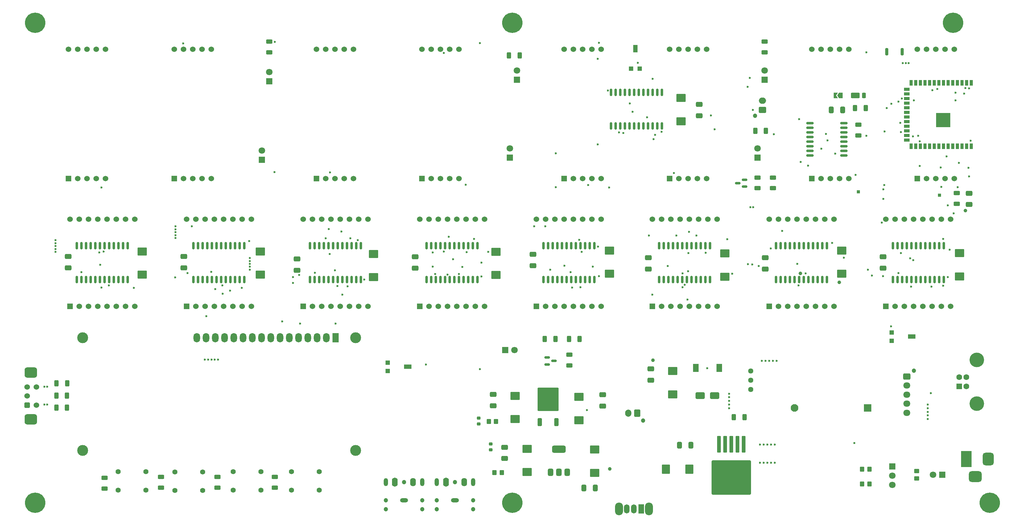
<source format=gbs>
G04 #@! TF.GenerationSoftware,KiCad,Pcbnew,8.0.4*
G04 #@! TF.CreationDate,2024-09-13T17:14:12+02:00*
G04 #@! TF.ProjectId,DigiSlatePlus,44696769-536c-4617-9465-506c75732e6b,rev?*
G04 #@! TF.SameCoordinates,Original*
G04 #@! TF.FileFunction,Soldermask,Bot*
G04 #@! TF.FilePolarity,Negative*
%FSLAX46Y46*%
G04 Gerber Fmt 4.6, Leading zero omitted, Abs format (unit mm)*
G04 Created by KiCad (PCBNEW 8.0.4) date 2024-09-13 17:14:12*
%MOMM*%
%LPD*%
G01*
G04 APERTURE LIST*
G04 Aperture macros list*
%AMRoundRect*
0 Rectangle with rounded corners*
0 $1 Rounding radius*
0 $2 $3 $4 $5 $6 $7 $8 $9 X,Y pos of 4 corners*
0 Add a 4 corners polygon primitive as box body*
4,1,4,$2,$3,$4,$5,$6,$7,$8,$9,$2,$3,0*
0 Add four circle primitives for the rounded corners*
1,1,$1+$1,$2,$3*
1,1,$1+$1,$4,$5*
1,1,$1+$1,$6,$7*
1,1,$1+$1,$8,$9*
0 Add four rect primitives between the rounded corners*
20,1,$1+$1,$2,$3,$4,$5,0*
20,1,$1+$1,$4,$5,$6,$7,0*
20,1,$1+$1,$6,$7,$8,$9,0*
20,1,$1+$1,$8,$9,$2,$3,0*%
%AMFreePoly0*
4,1,6,1.000000,0.000000,0.500000,-0.750000,-0.500000,-0.750000,-0.500000,0.750000,0.500000,0.750000,1.000000,0.000000,1.000000,0.000000,$1*%
%AMFreePoly1*
4,1,6,0.500000,-0.750000,-0.650000,-0.750000,-0.150000,0.000000,-0.650000,0.750000,0.500000,0.750000,0.500000,-0.750000,0.500000,-0.750000,$1*%
G04 Aperture macros list end*
%ADD10R,1.524000X1.524000*%
%ADD11C,1.524000*%
%ADD12C,5.600000*%
%ADD13R,1.800000X1.800000*%
%ADD14C,1.800000*%
%ADD15RoundRect,0.250000X0.650000X-0.412500X0.650000X0.412500X-0.650000X0.412500X-0.650000X-0.412500X0*%
%ADD16RoundRect,0.250000X0.312500X0.625000X-0.312500X0.625000X-0.312500X-0.625000X0.312500X-0.625000X0*%
%ADD17RoundRect,0.250000X0.512000X-0.512000X0.512000X0.512000X-0.512000X0.512000X-0.512000X-0.512000X0*%
%ADD18RoundRect,0.725000X0.975000X0.725000X-0.975000X0.725000X-0.975000X-0.725000X0.975000X-0.725000X0*%
%ADD19RoundRect,0.150000X-0.587500X-0.150000X0.587500X-0.150000X0.587500X0.150000X-0.587500X0.150000X0*%
%ADD20RoundRect,0.150000X-0.150000X0.875000X-0.150000X-0.875000X0.150000X-0.875000X0.150000X0.875000X0*%
%ADD21C,1.200000*%
%ADD22O,1.200000X2.200000*%
%ADD23O,1.600000X2.300000*%
%ADD24O,2.200000X1.200000*%
%ADD25O,1.600000X2.500000*%
%ADD26RoundRect,0.250000X0.625000X-0.312500X0.625000X0.312500X-0.625000X0.312500X-0.625000X-0.312500X0*%
%ADD27RoundRect,0.250000X0.412500X0.650000X-0.412500X0.650000X-0.412500X-0.650000X0.412500X-0.650000X0*%
%ADD28FreePoly0,180.000000*%
%ADD29FreePoly1,180.000000*%
%ADD30RoundRect,0.250000X-0.312500X-0.625000X0.312500X-0.625000X0.312500X0.625000X-0.312500X0.625000X0*%
%ADD31RoundRect,0.250000X1.025000X-0.875000X1.025000X0.875000X-1.025000X0.875000X-1.025000X-0.875000X0*%
%ADD32RoundRect,0.250000X-1.000000X-0.650000X1.000000X-0.650000X1.000000X0.650000X-1.000000X0.650000X0*%
%ADD33R,0.850000X0.850000*%
%ADD34RoundRect,0.250000X-0.875000X-1.025000X0.875000X-1.025000X0.875000X1.025000X-0.875000X1.025000X0*%
%ADD35RoundRect,0.250000X-0.625000X0.312500X-0.625000X-0.312500X0.625000X-0.312500X0.625000X0.312500X0*%
%ADD36O,2.200000X3.500000*%
%ADD37R,1.500000X2.500000*%
%ADD38O,1.500000X2.500000*%
%ADD39RoundRect,0.150000X0.875000X0.150000X-0.875000X0.150000X-0.875000X-0.150000X0.875000X-0.150000X0*%
%ADD40RoundRect,0.250000X0.350000X0.450000X-0.350000X0.450000X-0.350000X-0.450000X0.350000X-0.450000X0*%
%ADD41RoundRect,0.250000X-1.025000X0.875000X-1.025000X-0.875000X1.025000X-0.875000X1.025000X0.875000X0*%
%ADD42RoundRect,0.250000X-0.350000X-0.450000X0.350000X-0.450000X0.350000X0.450000X-0.350000X0.450000X0*%
%ADD43RoundRect,0.250000X0.950000X0.500000X-0.950000X0.500000X-0.950000X-0.500000X0.950000X-0.500000X0*%
%ADD44RoundRect,0.250000X0.275000X0.500000X-0.275000X0.500000X-0.275000X-0.500000X0.275000X-0.500000X0*%
%ADD45RoundRect,0.218750X-0.256250X0.218750X-0.256250X-0.218750X0.256250X-0.218750X0.256250X0.218750X0*%
%ADD46C,1.440000*%
%ADD47C,1.397000*%
%ADD48RoundRect,0.200000X0.200000X0.800000X-0.200000X0.800000X-0.200000X-0.800000X0.200000X-0.800000X0*%
%ADD49RoundRect,0.250000X0.750000X-0.600000X0.750000X0.600000X-0.750000X0.600000X-0.750000X-0.600000X0*%
%ADD50O,2.000000X1.700000*%
%ADD51RoundRect,0.250000X0.350000X-0.850000X0.350000X0.850000X-0.350000X0.850000X-0.350000X-0.850000X0*%
%ADD52RoundRect,0.249997X2.650003X-2.950003X2.650003X2.950003X-2.650003X2.950003X-2.650003X-2.950003X0*%
%ADD53RoundRect,0.250000X-0.450000X0.350000X-0.450000X-0.350000X0.450000X-0.350000X0.450000X0.350000X0*%
%ADD54C,3.000000*%
%ADD55R,1.800000X2.600000*%
%ADD56O,1.800000X2.600000*%
%ADD57RoundRect,0.250000X-0.650000X0.412500X-0.650000X-0.412500X0.650000X-0.412500X0.650000X0.412500X0*%
%ADD58R,1.600000X1.600000*%
%ADD59C,1.600000*%
%ADD60C,4.000000*%
%ADD61RoundRect,0.250000X0.600000X0.750000X-0.600000X0.750000X-0.600000X-0.750000X0.600000X-0.750000X0*%
%ADD62O,1.700000X2.000000*%
%ADD63RoundRect,0.150000X0.587500X0.150000X-0.587500X0.150000X-0.587500X-0.150000X0.587500X-0.150000X0*%
%ADD64R,1.300000X1.300000*%
%ADD65R,2.000000X1.300000*%
%ADD66RoundRect,0.250000X-0.412500X-0.650000X0.412500X-0.650000X0.412500X0.650000X-0.412500X0.650000X0*%
%ADD67RoundRect,0.375000X0.375000X-0.625000X0.375000X0.625000X-0.375000X0.625000X-0.375000X-0.625000X0*%
%ADD68RoundRect,0.500000X1.400000X-0.500000X1.400000X0.500000X-1.400000X0.500000X-1.400000X-0.500000X0*%
%ADD69R,2.100000X2.100000*%
%ADD70C,2.100000*%
%ADD71R,1.300000X2.000000*%
%ADD72RoundRect,0.250000X-0.725000X0.600000X-0.725000X-0.600000X0.725000X-0.600000X0.725000X0.600000X0*%
%ADD73O,1.950000X1.700000*%
%ADD74RoundRect,0.150000X0.150000X-0.875000X0.150000X0.875000X-0.150000X0.875000X-0.150000X-0.875000X0*%
%ADD75R,3.000000X4.500000*%
%ADD76RoundRect,0.750000X0.750000X1.000000X-0.750000X1.000000X-0.750000X-1.000000X0.750000X-1.000000X0*%
%ADD77RoundRect,0.750000X1.000000X0.750000X-1.000000X0.750000X-1.000000X-0.750000X1.000000X-0.750000X0*%
%ADD78R,1.500000X2.200000*%
%ADD79R,0.900000X1.500000*%
%ADD80R,1.500000X0.900000*%
%ADD81C,0.600000*%
%ADD82R,3.900000X3.900000*%
%ADD83RoundRect,0.250000X-0.300000X2.050000X-0.300000X-2.050000X0.300000X-2.050000X0.300000X2.050000X0*%
%ADD84RoundRect,0.250002X-5.149998X4.449998X-5.149998X-4.449998X5.149998X-4.449998X5.149998X4.449998X0*%
%ADD85C,1.000000*%
G04 APERTURE END LIST*
D10*
X213600000Y-148000000D03*
D11*
X216140000Y-148000000D03*
X218680000Y-148000000D03*
X221220000Y-148000000D03*
X223760000Y-148000000D03*
X226300000Y-148000000D03*
X228840000Y-148000000D03*
X231380000Y-148000000D03*
X231380000Y-124000000D03*
X228840000Y-124000000D03*
X226300000Y-124000000D03*
X223760000Y-124000000D03*
X221220000Y-124000000D03*
X218680000Y-124000000D03*
X216140000Y-124000000D03*
X213600000Y-124000000D03*
D10*
X117555000Y-148000000D03*
D11*
X120095000Y-148000000D03*
X122635000Y-148000000D03*
X125175000Y-148000000D03*
X127715000Y-148000000D03*
X130255000Y-148000000D03*
X132795000Y-148000000D03*
X135335000Y-148000000D03*
X135335000Y-124000000D03*
X132795000Y-124000000D03*
X130255000Y-124000000D03*
X127715000Y-124000000D03*
X125175000Y-124000000D03*
X122635000Y-124000000D03*
X120095000Y-124000000D03*
X117555000Y-124000000D03*
D12*
X207000000Y-70000000D03*
D10*
X309525000Y-148000000D03*
D11*
X312065000Y-148000000D03*
X314605000Y-148000000D03*
X317145000Y-148000000D03*
X319685000Y-148000000D03*
X322225000Y-148000000D03*
X324765000Y-148000000D03*
X327305000Y-148000000D03*
X327305000Y-124000000D03*
X324765000Y-124000000D03*
X322225000Y-124000000D03*
X319685000Y-124000000D03*
X317145000Y-124000000D03*
X314605000Y-124000000D03*
X312065000Y-124000000D03*
X309525000Y-124000000D03*
D10*
X153175000Y-112890000D03*
D11*
X155715000Y-112890000D03*
X158255000Y-112890000D03*
X160795000Y-112890000D03*
X163335000Y-112890000D03*
X163335000Y-77330000D03*
X160795000Y-77330000D03*
X158255000Y-77330000D03*
X155715000Y-77330000D03*
X153175000Y-77330000D03*
D10*
X221175000Y-112890000D03*
D11*
X223715000Y-112890000D03*
X226255000Y-112890000D03*
X228795000Y-112890000D03*
X231335000Y-112890000D03*
X231335000Y-77330000D03*
X228795000Y-77330000D03*
X226255000Y-77330000D03*
X223715000Y-77330000D03*
X221175000Y-77330000D03*
D10*
X114175000Y-112890000D03*
D11*
X116715000Y-112890000D03*
X119255000Y-112890000D03*
X121795000Y-112890000D03*
X124335000Y-112890000D03*
X124335000Y-77330000D03*
X121795000Y-77330000D03*
X119255000Y-77330000D03*
X116715000Y-77330000D03*
X114175000Y-77330000D03*
D12*
X76000000Y-70000000D03*
D10*
X277490000Y-148000000D03*
D11*
X280030000Y-148000000D03*
X282570000Y-148000000D03*
X285110000Y-148000000D03*
X287650000Y-148000000D03*
X290190000Y-148000000D03*
X292730000Y-148000000D03*
X295270000Y-148000000D03*
X295270000Y-124000000D03*
X292730000Y-124000000D03*
X290190000Y-124000000D03*
X287650000Y-124000000D03*
X285110000Y-124000000D03*
X282570000Y-124000000D03*
X280030000Y-124000000D03*
X277490000Y-124000000D03*
D13*
X208255000Y-85650000D03*
D14*
X208255000Y-83110000D03*
D10*
X181555000Y-148000000D03*
D11*
X184095000Y-148000000D03*
X186635000Y-148000000D03*
X189175000Y-148000000D03*
X191715000Y-148000000D03*
X194255000Y-148000000D03*
X196795000Y-148000000D03*
X199335000Y-148000000D03*
X199335000Y-124000000D03*
X196795000Y-124000000D03*
X194255000Y-124000000D03*
X191715000Y-124000000D03*
X189175000Y-124000000D03*
X186635000Y-124000000D03*
X184095000Y-124000000D03*
X181555000Y-124000000D03*
D13*
X140255000Y-86110000D03*
D14*
X140255000Y-83570000D03*
D10*
X182175000Y-112890000D03*
D11*
X184715000Y-112890000D03*
X187255000Y-112890000D03*
X189795000Y-112890000D03*
X192335000Y-112890000D03*
X192335000Y-77330000D03*
X189795000Y-77330000D03*
X187255000Y-77330000D03*
X184715000Y-77330000D03*
X182175000Y-77330000D03*
D10*
X245410000Y-148000000D03*
D11*
X247950000Y-148000000D03*
X250490000Y-148000000D03*
X253030000Y-148000000D03*
X255570000Y-148000000D03*
X258110000Y-148000000D03*
X260650000Y-148000000D03*
X263190000Y-148000000D03*
X263190000Y-124000000D03*
X260650000Y-124000000D03*
X258110000Y-124000000D03*
X255570000Y-124000000D03*
X253030000Y-124000000D03*
X250490000Y-124000000D03*
X247950000Y-124000000D03*
X245410000Y-124000000D03*
D13*
X206255000Y-107110000D03*
D14*
X206255000Y-104570000D03*
D13*
X276255000Y-85650000D03*
D14*
X276255000Y-83110000D03*
D12*
X76000000Y-202000000D03*
X338000000Y-202000000D03*
D13*
X205000000Y-160000000D03*
D14*
X207540000Y-160000000D03*
D10*
X318175000Y-112890000D03*
D11*
X320715000Y-112890000D03*
X323255000Y-112890000D03*
X325795000Y-112890000D03*
X328335000Y-112890000D03*
X328335000Y-77330000D03*
X325795000Y-77330000D03*
X323255000Y-77330000D03*
X320715000Y-77330000D03*
X318175000Y-77330000D03*
D10*
X149555000Y-148000000D03*
D11*
X152095000Y-148000000D03*
X154635000Y-148000000D03*
X157175000Y-148000000D03*
X159715000Y-148000000D03*
X162255000Y-148000000D03*
X164795000Y-148000000D03*
X167335000Y-148000000D03*
X167335000Y-124000000D03*
X164795000Y-124000000D03*
X162255000Y-124000000D03*
X159715000Y-124000000D03*
X157175000Y-124000000D03*
X154635000Y-124000000D03*
X152095000Y-124000000D03*
X149555000Y-124000000D03*
D10*
X250175000Y-112890000D03*
D11*
X252715000Y-112890000D03*
X255255000Y-112890000D03*
X257795000Y-112890000D03*
X260335000Y-112890000D03*
X260335000Y-77330000D03*
X257795000Y-77330000D03*
X255255000Y-77330000D03*
X252715000Y-77330000D03*
X250175000Y-77330000D03*
D12*
X328000000Y-70000000D03*
D10*
X289175000Y-112890000D03*
D11*
X291715000Y-112890000D03*
X294255000Y-112890000D03*
X296795000Y-112890000D03*
X299335000Y-112890000D03*
X299335000Y-77330000D03*
X296795000Y-77330000D03*
X294255000Y-77330000D03*
X291715000Y-77330000D03*
X289175000Y-77330000D03*
D12*
X207000000Y-202000000D03*
D10*
X85555000Y-148000000D03*
D11*
X88095000Y-148000000D03*
X90635000Y-148000000D03*
X93175000Y-148000000D03*
X95715000Y-148000000D03*
X98255000Y-148000000D03*
X100795000Y-148000000D03*
X103335000Y-148000000D03*
X103335000Y-124000000D03*
X100795000Y-124000000D03*
X98255000Y-124000000D03*
X95715000Y-124000000D03*
X93175000Y-124000000D03*
X90635000Y-124000000D03*
X88095000Y-124000000D03*
X85555000Y-124000000D03*
D13*
X138255000Y-107650000D03*
D14*
X138255000Y-105110000D03*
D10*
X85175000Y-112890000D03*
D11*
X87715000Y-112890000D03*
X90255000Y-112890000D03*
X92795000Y-112890000D03*
X95335000Y-112890000D03*
X95335000Y-77330000D03*
X92795000Y-77330000D03*
X90255000Y-77330000D03*
X87715000Y-77330000D03*
X85175000Y-77330000D03*
D13*
X274255000Y-107110000D03*
D14*
X274255000Y-104570000D03*
D13*
X325000000Y-194310000D03*
D14*
X322460000Y-194310000D03*
D15*
X332400000Y-120000000D03*
X332400000Y-116875000D03*
D16*
X276610000Y-99695000D03*
X273685000Y-99695000D03*
D17*
X73799500Y-175135000D03*
D11*
X73799500Y-170135000D03*
X73799500Y-172635000D03*
X76299500Y-175135000D03*
X76299500Y-170135000D03*
D18*
X74849500Y-166185000D03*
X74849500Y-179085000D03*
D13*
X311250000Y-191980000D03*
D14*
X311250000Y-194520000D03*
X311250000Y-197060000D03*
D19*
X216525000Y-163950000D03*
X216525000Y-162050000D03*
X218400000Y-163000000D03*
D20*
X119460000Y-131350000D03*
X120730000Y-131350000D03*
X122000000Y-131350000D03*
X123270000Y-131350000D03*
X124540000Y-131350000D03*
X125810000Y-131350000D03*
X127080000Y-131350000D03*
X128350000Y-131350000D03*
X129620000Y-131350000D03*
X130890000Y-131350000D03*
X132160000Y-131350000D03*
X133430000Y-131350000D03*
X133430000Y-140650000D03*
X132160000Y-140650000D03*
X130890000Y-140650000D03*
X129620000Y-140650000D03*
X128350000Y-140650000D03*
X127080000Y-140650000D03*
X125810000Y-140650000D03*
X124540000Y-140650000D03*
X123270000Y-140650000D03*
X122000000Y-140650000D03*
X120730000Y-140650000D03*
X119460000Y-140650000D03*
D21*
X182250000Y-203795000D03*
X182250000Y-201295000D03*
X177250000Y-196295000D03*
X172250000Y-203795000D03*
X172250000Y-201295000D03*
D22*
X182250000Y-196295000D03*
D23*
X179750000Y-196295000D03*
D24*
X177250000Y-201295000D03*
D22*
X172250000Y-196295000D03*
D25*
X174750000Y-196295000D03*
D26*
X141765000Y-197835000D03*
X141765000Y-194910000D03*
D27*
X255999000Y-186136000D03*
X252874000Y-186136000D03*
D28*
X297125000Y-90000000D03*
D29*
X295675000Y-90000000D03*
D30*
X301075000Y-93500000D03*
X304000000Y-93500000D03*
D31*
X329780000Y-139750000D03*
X329780000Y-133350000D03*
D32*
X258500000Y-172500000D03*
X262500000Y-172500000D03*
D33*
X324200000Y-117400000D03*
D31*
X297395000Y-139050000D03*
X297395000Y-132650000D03*
X265315000Y-139850000D03*
X265315000Y-133450000D03*
D34*
X249174000Y-192786000D03*
X255574000Y-192786000D03*
D27*
X297625000Y-94010000D03*
X294500000Y-94010000D03*
D35*
X302000000Y-98075000D03*
X302000000Y-101000000D03*
D31*
X211074000Y-193548000D03*
X211074000Y-187148000D03*
D15*
X212665000Y-136775000D03*
X212665000Y-133650000D03*
D36*
X244475000Y-203740000D03*
X236275000Y-203740000D03*
D37*
X242375000Y-203740000D03*
D38*
X240375000Y-203740000D03*
X238375000Y-203740000D03*
D20*
X215505000Y-131350000D03*
X216775000Y-131350000D03*
X218045000Y-131350000D03*
X219315000Y-131350000D03*
X220585000Y-131350000D03*
X221855000Y-131350000D03*
X223125000Y-131350000D03*
X224395000Y-131350000D03*
X225665000Y-131350000D03*
X226935000Y-131350000D03*
X228205000Y-131350000D03*
X229475000Y-131350000D03*
X229475000Y-140650000D03*
X228205000Y-140650000D03*
X226935000Y-140650000D03*
X225665000Y-140650000D03*
X224395000Y-140650000D03*
X223125000Y-140650000D03*
X221855000Y-140650000D03*
X220585000Y-140650000D03*
X219315000Y-140650000D03*
X218045000Y-140650000D03*
X216775000Y-140650000D03*
X215505000Y-140650000D03*
D16*
X218800000Y-157000000D03*
X215875000Y-157000000D03*
D39*
X298000000Y-97610000D03*
X298000000Y-98880000D03*
X298000000Y-100150000D03*
X298000000Y-101420000D03*
X298000000Y-102690000D03*
X298000000Y-103960000D03*
X298000000Y-105230000D03*
X298000000Y-106500000D03*
X288700000Y-106500000D03*
X288700000Y-105230000D03*
X288700000Y-103960000D03*
X288700000Y-102690000D03*
X288700000Y-101420000D03*
X288700000Y-100150000D03*
X288700000Y-98880000D03*
X288700000Y-97610000D03*
D26*
X329000000Y-119762500D03*
X329000000Y-116837500D03*
D40*
X202500000Y-179615000D03*
X200500000Y-179615000D03*
D26*
X126015000Y-197835000D03*
X126015000Y-194910000D03*
D20*
X247315000Y-131350000D03*
X248585000Y-131350000D03*
X249855000Y-131350000D03*
X251125000Y-131350000D03*
X252395000Y-131350000D03*
X253665000Y-131350000D03*
X254935000Y-131350000D03*
X256205000Y-131350000D03*
X257475000Y-131350000D03*
X258745000Y-131350000D03*
X260015000Y-131350000D03*
X261285000Y-131350000D03*
X261285000Y-140650000D03*
X260015000Y-140650000D03*
X258745000Y-140650000D03*
X257475000Y-140650000D03*
X256205000Y-140650000D03*
X254935000Y-140650000D03*
X253665000Y-140650000D03*
X252395000Y-140650000D03*
X251125000Y-140650000D03*
X249855000Y-140650000D03*
X248585000Y-140650000D03*
X247315000Y-140650000D03*
D35*
X278500000Y-112575000D03*
X278500000Y-115500000D03*
D15*
X180285000Y-137475000D03*
X180285000Y-134350000D03*
D41*
X251000000Y-165800000D03*
X251000000Y-172200000D03*
D42*
X303000000Y-196810000D03*
X305000000Y-196810000D03*
D26*
X95015000Y-198085000D03*
X95015000Y-195160000D03*
D15*
X308780000Y-137475000D03*
X308780000Y-134350000D03*
X116840000Y-137370000D03*
X116840000Y-134245000D03*
D42*
X303000000Y-192810000D03*
X305000000Y-192810000D03*
D43*
X301125000Y-90000000D03*
D44*
X303500000Y-90000000D03*
D30*
X206075000Y-79000000D03*
X209000000Y-79000000D03*
D45*
X197750000Y-178760000D03*
X197750000Y-180335000D03*
D46*
X272415000Y-170815000D03*
X272415000Y-168275000D03*
X272415000Y-165735000D03*
D35*
X274250000Y-112575000D03*
X274250000Y-115500000D03*
D47*
X98760000Y-198540000D03*
X106380000Y-198540000D03*
X98760000Y-193460000D03*
X106380000Y-193460000D03*
D48*
X314000000Y-78000000D03*
X309800000Y-78000000D03*
D20*
X151460000Y-131350000D03*
X152730000Y-131350000D03*
X154000000Y-131350000D03*
X155270000Y-131350000D03*
X156540000Y-131350000D03*
X157810000Y-131350000D03*
X159080000Y-131350000D03*
X160350000Y-131350000D03*
X161620000Y-131350000D03*
X162890000Y-131350000D03*
X164160000Y-131350000D03*
X165430000Y-131350000D03*
X165430000Y-140650000D03*
X164160000Y-140650000D03*
X162890000Y-140650000D03*
X161620000Y-140650000D03*
X160350000Y-140650000D03*
X159080000Y-140650000D03*
X157810000Y-140650000D03*
X156540000Y-140650000D03*
X155270000Y-140650000D03*
X154000000Y-140650000D03*
X152730000Y-140650000D03*
X151460000Y-140650000D03*
D21*
X273610000Y-95545000D03*
D49*
X275610000Y-93945000D03*
D50*
X275610000Y-91445000D03*
D31*
X137795000Y-139275000D03*
X137795000Y-132875000D03*
D15*
X201750000Y-175365000D03*
X201750000Y-172240000D03*
D26*
X110515000Y-197835000D03*
X110515000Y-194910000D03*
D20*
X183460000Y-131350000D03*
X184730000Y-131350000D03*
X186000000Y-131350000D03*
X187270000Y-131350000D03*
X188540000Y-131350000D03*
X189810000Y-131350000D03*
X191080000Y-131350000D03*
X192350000Y-131350000D03*
X193620000Y-131350000D03*
X194890000Y-131350000D03*
X196160000Y-131350000D03*
X197430000Y-131350000D03*
X197430000Y-140650000D03*
X196160000Y-140650000D03*
X194890000Y-140650000D03*
X193620000Y-140650000D03*
X192350000Y-140650000D03*
X191080000Y-140650000D03*
X189810000Y-140650000D03*
X188540000Y-140650000D03*
X187270000Y-140650000D03*
X186000000Y-140650000D03*
X184730000Y-140650000D03*
X183460000Y-140650000D03*
D47*
X146380000Y-198540000D03*
X154000000Y-198540000D03*
X146380000Y-193460000D03*
X154000000Y-193460000D03*
D30*
X81817000Y-175865000D03*
X84742000Y-175865000D03*
D51*
X219075000Y-179840000D03*
D52*
X216795000Y-173540000D03*
D51*
X214515000Y-179840000D03*
D47*
X130380000Y-198540000D03*
X138000000Y-198540000D03*
X130380000Y-193460000D03*
X138000000Y-193460000D03*
D15*
X85090000Y-137370000D03*
X85090000Y-134245000D03*
D31*
X202510000Y-139380000D03*
X202510000Y-132980000D03*
D53*
X318000000Y-193310000D03*
X318000000Y-195310000D03*
D54*
X164000000Y-187643200D03*
X164000000Y-156642500D03*
X89001420Y-187643200D03*
X89000900Y-156642500D03*
D55*
X158500900Y-156642500D03*
D56*
X155960900Y-156642500D03*
X153420900Y-156642500D03*
X150880900Y-156642500D03*
X148340900Y-156642500D03*
X145800900Y-156642500D03*
X143260900Y-156642500D03*
X140720900Y-156642500D03*
X138180900Y-156642500D03*
X135640900Y-156642500D03*
X133100900Y-156642500D03*
X130560900Y-156642500D03*
X128020900Y-156642500D03*
X125480900Y-156642500D03*
X122940900Y-156642500D03*
X120400900Y-156642500D03*
D41*
X253255000Y-90710000D03*
X253255000Y-97110000D03*
D57*
X245000000Y-165200000D03*
X245000000Y-168325000D03*
D58*
X329640000Y-170000000D03*
D59*
X329640000Y-167500000D03*
X331640000Y-167500000D03*
X331640000Y-170000000D03*
D60*
X334500000Y-162750000D03*
X334500000Y-174750000D03*
D31*
X168860000Y-139975000D03*
X168860000Y-133575000D03*
D15*
X244315000Y-137775000D03*
X244315000Y-134650000D03*
D21*
X242904000Y-179384000D03*
D61*
X241304000Y-177384000D03*
D62*
X238804000Y-177384000D03*
D63*
X270750000Y-113175000D03*
X270750000Y-115075000D03*
X268875000Y-114125000D03*
D31*
X233665000Y-139050000D03*
X233665000Y-132650000D03*
D16*
X225462500Y-157000000D03*
X222537500Y-157000000D03*
D64*
X172808000Y-163442000D03*
D65*
X178308000Y-164592000D03*
D64*
X172808000Y-165742000D03*
D47*
X114380000Y-198620000D03*
X122000000Y-198620000D03*
X114380000Y-193540000D03*
X122000000Y-193540000D03*
D31*
X207750000Y-179015000D03*
X207750000Y-172615000D03*
D35*
X140255000Y-75185000D03*
X140255000Y-78110000D03*
D26*
X222650000Y-164225000D03*
X222650000Y-161300000D03*
D30*
X81817000Y-172575000D03*
X84742000Y-172575000D03*
D66*
X226636500Y-197973000D03*
X229761500Y-197973000D03*
D20*
X87460000Y-131350000D03*
X88730000Y-131350000D03*
X90000000Y-131350000D03*
X91270000Y-131350000D03*
X92540000Y-131350000D03*
X93810000Y-131350000D03*
X95080000Y-131350000D03*
X96350000Y-131350000D03*
X97620000Y-131350000D03*
X98890000Y-131350000D03*
X100160000Y-131350000D03*
X101430000Y-131350000D03*
X101430000Y-140650000D03*
X100160000Y-140650000D03*
X98890000Y-140650000D03*
X97620000Y-140650000D03*
X96350000Y-140650000D03*
X95080000Y-140650000D03*
X93810000Y-140650000D03*
X92540000Y-140650000D03*
X91270000Y-140650000D03*
X90000000Y-140650000D03*
X88730000Y-140650000D03*
X87460000Y-140650000D03*
D64*
X311155000Y-155145000D03*
D65*
X316655000Y-156295000D03*
D64*
X311155000Y-157445000D03*
D67*
X222074000Y-193598000D03*
X219774000Y-193598000D03*
D68*
X219774000Y-187298000D03*
D67*
X217474000Y-193598000D03*
D57*
X258255000Y-92485000D03*
X258255000Y-95610000D03*
D69*
X304470000Y-175965000D03*
D70*
X284470000Y-175965000D03*
D42*
X202079000Y-193683000D03*
X204079000Y-193683000D03*
D64*
X239605000Y-82610000D03*
D71*
X240755000Y-77110000D03*
D64*
X241905000Y-82610000D03*
D21*
X317250000Y-165650000D03*
D72*
X315250000Y-167250000D03*
D73*
X315250000Y-169750000D03*
X315250000Y-172250000D03*
X315250000Y-174750000D03*
X315250000Y-177250000D03*
D31*
X105410000Y-139275000D03*
X105410000Y-132875000D03*
D45*
X201074000Y-185868000D03*
X201074000Y-187443000D03*
D31*
X229596000Y-193782000D03*
X229596000Y-187382000D03*
D74*
X248045000Y-98410000D03*
X246775000Y-98410000D03*
X245505000Y-98410000D03*
X244235000Y-98410000D03*
X242965000Y-98410000D03*
X241695000Y-98410000D03*
X240425000Y-98410000D03*
X239155000Y-98410000D03*
X237885000Y-98410000D03*
X236615000Y-98410000D03*
X235345000Y-98410000D03*
X234075000Y-98410000D03*
X234075000Y-89110000D03*
X235345000Y-89110000D03*
X236615000Y-89110000D03*
X237885000Y-89110000D03*
X239155000Y-89110000D03*
X240425000Y-89110000D03*
X241695000Y-89110000D03*
X242965000Y-89110000D03*
X244235000Y-89110000D03*
X245505000Y-89110000D03*
X246775000Y-89110000D03*
X248045000Y-89110000D03*
D75*
X331600000Y-190000000D03*
D76*
X337600000Y-190000000D03*
D77*
X334100000Y-194800000D03*
D15*
X231800000Y-175400000D03*
X231800000Y-172275000D03*
X147905000Y-138070000D03*
X147905000Y-134945000D03*
D33*
X302000000Y-116500000D03*
D16*
X270702500Y-178435000D03*
X267777500Y-178435000D03*
X84774500Y-169125000D03*
X81849500Y-169125000D03*
D20*
X279395000Y-131350000D03*
X280665000Y-131350000D03*
X281935000Y-131350000D03*
X283205000Y-131350000D03*
X284475000Y-131350000D03*
X285745000Y-131350000D03*
X287015000Y-131350000D03*
X288285000Y-131350000D03*
X289555000Y-131350000D03*
X290825000Y-131350000D03*
X292095000Y-131350000D03*
X293365000Y-131350000D03*
X293365000Y-140650000D03*
X292095000Y-140650000D03*
X290825000Y-140650000D03*
X289555000Y-140650000D03*
X288285000Y-140650000D03*
X287015000Y-140650000D03*
X285745000Y-140650000D03*
X284475000Y-140650000D03*
X283205000Y-140650000D03*
X281935000Y-140650000D03*
X280665000Y-140650000D03*
X279395000Y-140650000D03*
D21*
X196250000Y-203795000D03*
X196250000Y-201295000D03*
X191250000Y-196295000D03*
X186250000Y-203795000D03*
X186250000Y-201295000D03*
D22*
X196250000Y-196295000D03*
D23*
X193750000Y-196295000D03*
D24*
X191250000Y-201295000D03*
D22*
X186250000Y-196295000D03*
D25*
X188750000Y-196295000D03*
D78*
X257350000Y-164925000D03*
X263750000Y-164925000D03*
D15*
X204824000Y-189848000D03*
X204824000Y-186723000D03*
D20*
X311430000Y-131350000D03*
X312700000Y-131350000D03*
X313970000Y-131350000D03*
X315240000Y-131350000D03*
X316510000Y-131350000D03*
X317780000Y-131350000D03*
X319050000Y-131350000D03*
X320320000Y-131350000D03*
X321590000Y-131350000D03*
X322860000Y-131350000D03*
X324130000Y-131350000D03*
X325400000Y-131350000D03*
X325400000Y-140650000D03*
X324130000Y-140650000D03*
X322860000Y-140650000D03*
X321590000Y-140650000D03*
X320320000Y-140650000D03*
X319050000Y-140650000D03*
X317780000Y-140650000D03*
X316510000Y-140650000D03*
X315240000Y-140650000D03*
X313970000Y-140650000D03*
X312700000Y-140650000D03*
X311430000Y-140650000D03*
D31*
X225300000Y-179300000D03*
X225300000Y-172900000D03*
D79*
X333000000Y-104000000D03*
X331730000Y-104000000D03*
X330460000Y-104000000D03*
X329190000Y-104000000D03*
X327920000Y-104000000D03*
X326650000Y-104000000D03*
X325380000Y-104000000D03*
X324110000Y-104000000D03*
X322840000Y-104000000D03*
X321570000Y-104000000D03*
X320300000Y-104000000D03*
X319030000Y-104000000D03*
X317760000Y-104000000D03*
X316490000Y-104000000D03*
D80*
X315240000Y-102235000D03*
X315240000Y-100965000D03*
X315240000Y-99695000D03*
X315240000Y-98425000D03*
X315240000Y-97155000D03*
X315240000Y-95885000D03*
X315240000Y-94615000D03*
X315240000Y-93345000D03*
X315240000Y-92075000D03*
X315240000Y-90805000D03*
X315240000Y-89535000D03*
X315240000Y-88265000D03*
D79*
X316490000Y-86500000D03*
X317760000Y-86500000D03*
X319030000Y-86500000D03*
X320300000Y-86500000D03*
X321570000Y-86500000D03*
X322840000Y-86500000D03*
X324110000Y-86500000D03*
X325380000Y-86500000D03*
X326650000Y-86500000D03*
X327920000Y-86500000D03*
X329190000Y-86500000D03*
X330460000Y-86500000D03*
X331730000Y-86500000D03*
X333000000Y-86500000D03*
D81*
X324580000Y-98150000D03*
X325980000Y-98150000D03*
X323880000Y-97450000D03*
X325280000Y-97450000D03*
X326680000Y-97450000D03*
X324580000Y-96750000D03*
D82*
X325280000Y-96750000D03*
D81*
X325980000Y-96750000D03*
X323880000Y-96050000D03*
X325280000Y-96050000D03*
X326680000Y-96050000D03*
X324580000Y-95350000D03*
X325980000Y-95350000D03*
D15*
X276395000Y-137775000D03*
X276395000Y-134650000D03*
D35*
X276255000Y-75185000D03*
X276255000Y-78110000D03*
D83*
X263700000Y-185910000D03*
X265400000Y-185910000D03*
X267100000Y-185910000D03*
D84*
X267100000Y-195060000D03*
D83*
X268800000Y-185910000D03*
X270500000Y-185910000D03*
D81*
X277500000Y-163000000D03*
X285750000Y-96520000D03*
X266500000Y-176000000D03*
X134900000Y-137100000D03*
X78500000Y-170100000D03*
X227500000Y-176500000D03*
X315000000Y-81100000D03*
X123500000Y-162600000D03*
X158500000Y-152750000D03*
X276000000Y-186000000D03*
X276000000Y-191000000D03*
X79300000Y-175000000D03*
X134900000Y-135500000D03*
X266500000Y-175000000D03*
X315800000Y-81100000D03*
X244500000Y-128500000D03*
X122600000Y-162600000D03*
X81600000Y-131400000D03*
X291800000Y-104600000D03*
X81600000Y-129800000D03*
X295600000Y-106000000D03*
X81600000Y-132200000D03*
X134900000Y-134700000D03*
X78500000Y-175000000D03*
X81600000Y-130600000D03*
X114500000Y-128400000D03*
X119000000Y-126000000D03*
X275500000Y-163000000D03*
X277000000Y-186000000D03*
X124400000Y-162600000D03*
X279000000Y-186000000D03*
X275000000Y-191000000D03*
X114500000Y-126000000D03*
X148750000Y-152750000D03*
X276500000Y-163000000D03*
X321000000Y-177000000D03*
X81600000Y-133000000D03*
X266500000Y-173000000D03*
X257500000Y-128500000D03*
X273100000Y-120700000D03*
X134900000Y-136300000D03*
X278000000Y-191000000D03*
X126200000Y-162600000D03*
X277000000Y-191000000D03*
X134900000Y-137900000D03*
X114500000Y-127600000D03*
X321000000Y-175000000D03*
X244000000Y-96000000D03*
X273000000Y-94000000D03*
X314200000Y-81100000D03*
X216000000Y-126000000D03*
X240000000Y-94500000D03*
X261500000Y-95500000D03*
X79300000Y-170100000D03*
X266500000Y-172000000D03*
X278000000Y-186000000D03*
X279500000Y-163000000D03*
X321000000Y-176000000D03*
X114500000Y-129200000D03*
X266500000Y-174000000D03*
X331000000Y-89500000D03*
X321000000Y-178000000D03*
X226000000Y-133000000D03*
X275000000Y-186000000D03*
X321000000Y-179000000D03*
X252000000Y-128500000D03*
X278500000Y-163000000D03*
X272300000Y-120700000D03*
X213000000Y-126000000D03*
X279000000Y-191000000D03*
X125300000Y-162600000D03*
X114500000Y-126800000D03*
D85*
X286031400Y-138914100D03*
X296741700Y-141350300D03*
D81*
X322316700Y-88541700D03*
X312984900Y-91711200D03*
X239245700Y-92226100D03*
X326515400Y-120209900D03*
X245785600Y-102003600D03*
X316953000Y-101229100D03*
X198095300Y-165237600D03*
X318793900Y-102608900D03*
X293505100Y-102358100D03*
X329561300Y-108504300D03*
X329253200Y-115186600D03*
X313636600Y-100053300D03*
X293048300Y-100599700D03*
X262502200Y-99269400D03*
X323615300Y-88199700D03*
X237478500Y-100305400D03*
X288158300Y-109273200D03*
X233561000Y-115305400D03*
X218901000Y-115204700D03*
X230757600Y-75503400D03*
X198095300Y-75620300D03*
X318832900Y-109345100D03*
X236276200Y-100179400D03*
X318437100Y-101082900D03*
X304198500Y-101055800D03*
X143826300Y-152109900D03*
X324595700Y-109780300D03*
X328600000Y-89200000D03*
X321831000Y-171842700D03*
X332200000Y-109900000D03*
X328678100Y-91320800D03*
X305727700Y-139497600D03*
X304559700Y-137950100D03*
X271634400Y-136399100D03*
X272194900Y-85155600D03*
X332345500Y-88083900D03*
X274646800Y-136918500D03*
X286164700Y-108269700D03*
X326151800Y-106759200D03*
X308813700Y-118475800D03*
X271599900Y-87644500D03*
X331373500Y-87986200D03*
X272873400Y-136451400D03*
X146764400Y-141556400D03*
X324728200Y-115151000D03*
X311005900Y-92252700D03*
X114446800Y-140021000D03*
X309093200Y-114657800D03*
X313903700Y-90814400D03*
X332769800Y-102472500D03*
X278738800Y-100664200D03*
X183248800Y-163993900D03*
X246140000Y-100867200D03*
X300863000Y-185545900D03*
D85*
X245604100Y-162846500D03*
D81*
X328114600Y-122442500D03*
X260450600Y-164991400D03*
X146792400Y-139944900D03*
X308813700Y-115784700D03*
X132720000Y-142877900D03*
X198482700Y-139791500D03*
X298025800Y-134606600D03*
X233258600Y-88609000D03*
X308439800Y-124993100D03*
X230739600Y-139710500D03*
X103077700Y-142909000D03*
X166324100Y-140582700D03*
X325260300Y-142318200D03*
X317171000Y-91365500D03*
X198495600Y-135974800D03*
X218880400Y-105872800D03*
X247927900Y-99944100D03*
X313456100Y-97524700D03*
X309187400Y-99922200D03*
X301231800Y-111845300D03*
X251331900Y-111292500D03*
X230416000Y-79946200D03*
X141746100Y-75292100D03*
X241391700Y-81055600D03*
X245464900Y-85426000D03*
X94169800Y-115331800D03*
X304201300Y-78179300D03*
X188183500Y-78280500D03*
X116598000Y-75644900D03*
X156912400Y-111154200D03*
X141678600Y-111046500D03*
X227788300Y-114616000D03*
X194192000Y-114538300D03*
D85*
X331315800Y-121619700D03*
X233726900Y-192676500D03*
D81*
X162516600Y-129237700D03*
X155740200Y-129239200D03*
X200407000Y-133016500D03*
X194449700Y-133090700D03*
X188185400Y-132893300D03*
X127399000Y-142218500D03*
X158328700Y-138078600D03*
X222970200Y-138550700D03*
X316461700Y-142566300D03*
X255202000Y-138337900D03*
X287509000Y-138963800D03*
X192298600Y-139081100D03*
X185131800Y-137062500D03*
X96270300Y-142258800D03*
X310927500Y-153449300D03*
X117797700Y-138850700D03*
X93895600Y-136566700D03*
X94788300Y-132925600D03*
X93615000Y-133206200D03*
X94206900Y-142789000D03*
X88694100Y-138622200D03*
X125452100Y-143233100D03*
X124376200Y-138514500D03*
X148459900Y-139315800D03*
X123016600Y-150692800D03*
X127447100Y-144522200D03*
X129543000Y-143663500D03*
X158989500Y-142427700D03*
X160032400Y-127421200D03*
X152768700Y-138780200D03*
X156564600Y-126730900D03*
X156813900Y-133576200D03*
X161773100Y-142448000D03*
X160338800Y-144758900D03*
X193232400Y-137134900D03*
X185769200Y-139075400D03*
X185132900Y-133185200D03*
X190760200Y-135015200D03*
X189501500Y-128864100D03*
X189176400Y-139240800D03*
X229112900Y-137036500D03*
X221306800Y-136775800D03*
X223435700Y-142782900D03*
X225387900Y-129694400D03*
X217352900Y-137905800D03*
X225700500Y-142704200D03*
X253688800Y-138945000D03*
X267345200Y-139032300D03*
X254304400Y-142086500D03*
X255500200Y-127486800D03*
X245438600Y-144784600D03*
X249605100Y-136862600D03*
X255315100Y-133325000D03*
X253716700Y-142750600D03*
X255032700Y-146083100D03*
X285568200Y-142265400D03*
X266013500Y-129500600D03*
X277938100Y-132065200D03*
X308757300Y-139653200D03*
X285196200Y-136262500D03*
X281076600Y-127209600D03*
X326522900Y-139931200D03*
X322040600Y-142566300D03*
X313676400Y-133312800D03*
X317081100Y-135249700D03*
X326997800Y-132387500D03*
X316216300Y-134751000D03*
X313007200Y-138804600D03*
X134746500Y-130033500D03*
X230409300Y-103418900D03*
X196463600Y-129427100D03*
X164519200Y-129770800D03*
X309785400Y-93434600D03*
X230527800Y-131520400D03*
X260067000Y-133276600D03*
X332400000Y-112296349D03*
X325282800Y-129433200D03*
X294757500Y-130559300D03*
M02*

</source>
